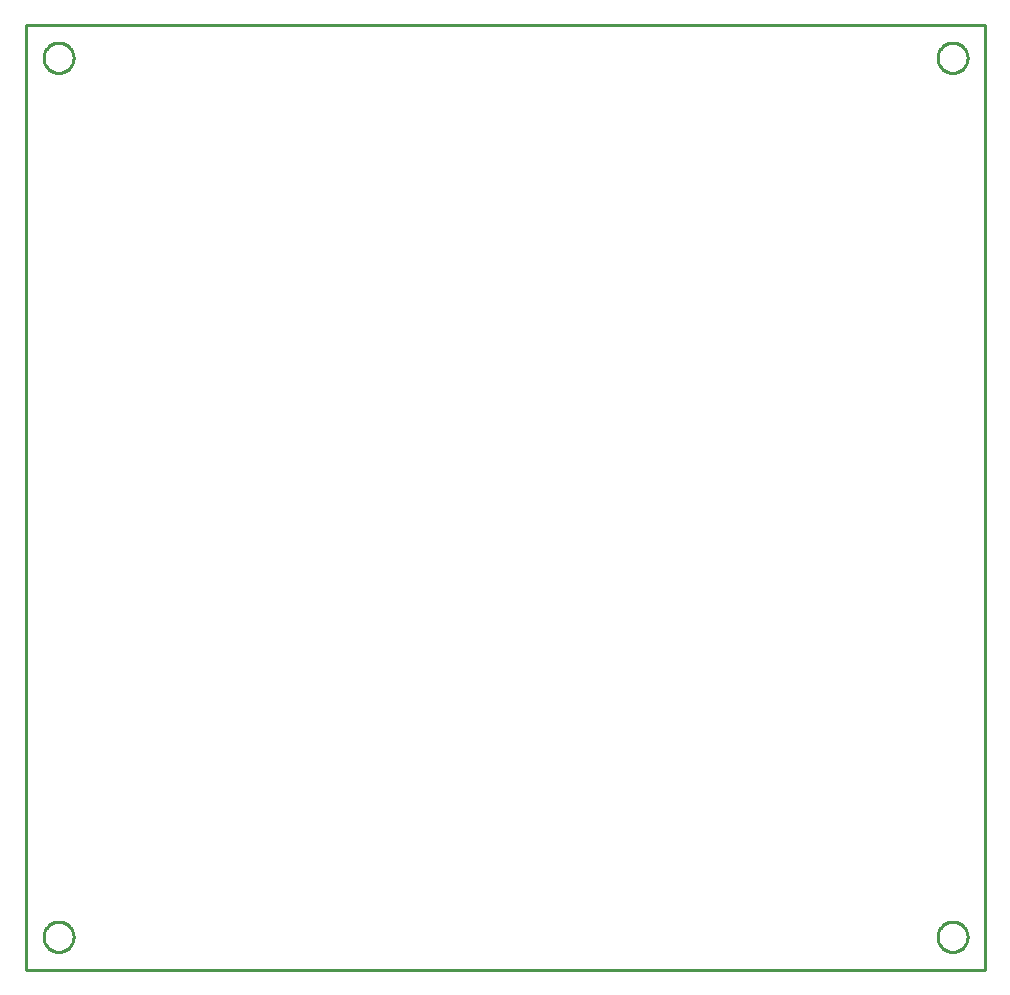
<source format=gbr>
G04 EAGLE Gerber RS-274X export*
G75*
%MOMM*%
%FSLAX34Y34*%
%LPD*%
%IN*%
%IPPOS*%
%AMOC8*
5,1,8,0,0,1.08239X$1,22.5*%
G01*
%ADD10C,0.254000*%


D10*
X0Y0D02*
X812040Y0D01*
X812040Y800000D01*
X0Y800000D01*
X0Y0D01*
X40640Y771661D02*
X40562Y770666D01*
X40406Y769680D01*
X40173Y768710D01*
X39864Y767761D01*
X39482Y766839D01*
X39029Y765950D01*
X38508Y765099D01*
X37921Y764291D01*
X37273Y763533D01*
X36567Y762827D01*
X35809Y762179D01*
X35001Y761592D01*
X34150Y761071D01*
X33261Y760618D01*
X32339Y760236D01*
X31390Y759927D01*
X30420Y759694D01*
X29434Y759538D01*
X28439Y759460D01*
X27441Y759460D01*
X26446Y759538D01*
X25460Y759694D01*
X24490Y759927D01*
X23541Y760236D01*
X22619Y760618D01*
X21730Y761071D01*
X20879Y761592D01*
X20071Y762179D01*
X19313Y762827D01*
X18607Y763533D01*
X17959Y764291D01*
X17372Y765099D01*
X16851Y765950D01*
X16398Y766839D01*
X16016Y767761D01*
X15707Y768710D01*
X15474Y769680D01*
X15318Y770666D01*
X15240Y771661D01*
X15240Y772659D01*
X15318Y773654D01*
X15474Y774640D01*
X15707Y775610D01*
X16016Y776559D01*
X16398Y777481D01*
X16851Y778370D01*
X17372Y779221D01*
X17959Y780029D01*
X18607Y780787D01*
X19313Y781493D01*
X20071Y782141D01*
X20879Y782728D01*
X21730Y783249D01*
X22619Y783702D01*
X23541Y784084D01*
X24490Y784393D01*
X25460Y784626D01*
X26446Y784782D01*
X27441Y784860D01*
X28439Y784860D01*
X29434Y784782D01*
X30420Y784626D01*
X31390Y784393D01*
X32339Y784084D01*
X33261Y783702D01*
X34150Y783249D01*
X35001Y782728D01*
X35809Y782141D01*
X36567Y781493D01*
X37273Y780787D01*
X37921Y780029D01*
X38508Y779221D01*
X39029Y778370D01*
X39482Y777481D01*
X39864Y776559D01*
X40173Y775610D01*
X40406Y774640D01*
X40562Y773654D01*
X40640Y772659D01*
X40640Y771661D01*
X797560Y771661D02*
X797482Y770666D01*
X797326Y769680D01*
X797093Y768710D01*
X796784Y767761D01*
X796402Y766839D01*
X795949Y765950D01*
X795428Y765099D01*
X794841Y764291D01*
X794193Y763533D01*
X793487Y762827D01*
X792729Y762179D01*
X791921Y761592D01*
X791070Y761071D01*
X790181Y760618D01*
X789259Y760236D01*
X788310Y759927D01*
X787340Y759694D01*
X786354Y759538D01*
X785359Y759460D01*
X784361Y759460D01*
X783366Y759538D01*
X782380Y759694D01*
X781410Y759927D01*
X780461Y760236D01*
X779539Y760618D01*
X778650Y761071D01*
X777799Y761592D01*
X776991Y762179D01*
X776233Y762827D01*
X775527Y763533D01*
X774879Y764291D01*
X774292Y765099D01*
X773771Y765950D01*
X773318Y766839D01*
X772936Y767761D01*
X772627Y768710D01*
X772394Y769680D01*
X772238Y770666D01*
X772160Y771661D01*
X772160Y772659D01*
X772238Y773654D01*
X772394Y774640D01*
X772627Y775610D01*
X772936Y776559D01*
X773318Y777481D01*
X773771Y778370D01*
X774292Y779221D01*
X774879Y780029D01*
X775527Y780787D01*
X776233Y781493D01*
X776991Y782141D01*
X777799Y782728D01*
X778650Y783249D01*
X779539Y783702D01*
X780461Y784084D01*
X781410Y784393D01*
X782380Y784626D01*
X783366Y784782D01*
X784361Y784860D01*
X785359Y784860D01*
X786354Y784782D01*
X787340Y784626D01*
X788310Y784393D01*
X789259Y784084D01*
X790181Y783702D01*
X791070Y783249D01*
X791921Y782728D01*
X792729Y782141D01*
X793487Y781493D01*
X794193Y780787D01*
X794841Y780029D01*
X795428Y779221D01*
X795949Y778370D01*
X796402Y777481D01*
X796784Y776559D01*
X797093Y775610D01*
X797326Y774640D01*
X797482Y773654D01*
X797560Y772659D01*
X797560Y771661D01*
X40640Y27441D02*
X40562Y26446D01*
X40406Y25460D01*
X40173Y24490D01*
X39864Y23541D01*
X39482Y22619D01*
X39029Y21730D01*
X38508Y20879D01*
X37921Y20071D01*
X37273Y19313D01*
X36567Y18607D01*
X35809Y17959D01*
X35001Y17372D01*
X34150Y16851D01*
X33261Y16398D01*
X32339Y16016D01*
X31390Y15707D01*
X30420Y15474D01*
X29434Y15318D01*
X28439Y15240D01*
X27441Y15240D01*
X26446Y15318D01*
X25460Y15474D01*
X24490Y15707D01*
X23541Y16016D01*
X22619Y16398D01*
X21730Y16851D01*
X20879Y17372D01*
X20071Y17959D01*
X19313Y18607D01*
X18607Y19313D01*
X17959Y20071D01*
X17372Y20879D01*
X16851Y21730D01*
X16398Y22619D01*
X16016Y23541D01*
X15707Y24490D01*
X15474Y25460D01*
X15318Y26446D01*
X15240Y27441D01*
X15240Y28439D01*
X15318Y29434D01*
X15474Y30420D01*
X15707Y31390D01*
X16016Y32339D01*
X16398Y33261D01*
X16851Y34150D01*
X17372Y35001D01*
X17959Y35809D01*
X18607Y36567D01*
X19313Y37273D01*
X20071Y37921D01*
X20879Y38508D01*
X21730Y39029D01*
X22619Y39482D01*
X23541Y39864D01*
X24490Y40173D01*
X25460Y40406D01*
X26446Y40562D01*
X27441Y40640D01*
X28439Y40640D01*
X29434Y40562D01*
X30420Y40406D01*
X31390Y40173D01*
X32339Y39864D01*
X33261Y39482D01*
X34150Y39029D01*
X35001Y38508D01*
X35809Y37921D01*
X36567Y37273D01*
X37273Y36567D01*
X37921Y35809D01*
X38508Y35001D01*
X39029Y34150D01*
X39482Y33261D01*
X39864Y32339D01*
X40173Y31390D01*
X40406Y30420D01*
X40562Y29434D01*
X40640Y28439D01*
X40640Y27441D01*
X797560Y27441D02*
X797482Y26446D01*
X797326Y25460D01*
X797093Y24490D01*
X796784Y23541D01*
X796402Y22619D01*
X795949Y21730D01*
X795428Y20879D01*
X794841Y20071D01*
X794193Y19313D01*
X793487Y18607D01*
X792729Y17959D01*
X791921Y17372D01*
X791070Y16851D01*
X790181Y16398D01*
X789259Y16016D01*
X788310Y15707D01*
X787340Y15474D01*
X786354Y15318D01*
X785359Y15240D01*
X784361Y15240D01*
X783366Y15318D01*
X782380Y15474D01*
X781410Y15707D01*
X780461Y16016D01*
X779539Y16398D01*
X778650Y16851D01*
X777799Y17372D01*
X776991Y17959D01*
X776233Y18607D01*
X775527Y19313D01*
X774879Y20071D01*
X774292Y20879D01*
X773771Y21730D01*
X773318Y22619D01*
X772936Y23541D01*
X772627Y24490D01*
X772394Y25460D01*
X772238Y26446D01*
X772160Y27441D01*
X772160Y28439D01*
X772238Y29434D01*
X772394Y30420D01*
X772627Y31390D01*
X772936Y32339D01*
X773318Y33261D01*
X773771Y34150D01*
X774292Y35001D01*
X774879Y35809D01*
X775527Y36567D01*
X776233Y37273D01*
X776991Y37921D01*
X777799Y38508D01*
X778650Y39029D01*
X779539Y39482D01*
X780461Y39864D01*
X781410Y40173D01*
X782380Y40406D01*
X783366Y40562D01*
X784361Y40640D01*
X785359Y40640D01*
X786354Y40562D01*
X787340Y40406D01*
X788310Y40173D01*
X789259Y39864D01*
X790181Y39482D01*
X791070Y39029D01*
X791921Y38508D01*
X792729Y37921D01*
X793487Y37273D01*
X794193Y36567D01*
X794841Y35809D01*
X795428Y35001D01*
X795949Y34150D01*
X796402Y33261D01*
X796784Y32339D01*
X797093Y31390D01*
X797326Y30420D01*
X797482Y29434D01*
X797560Y28439D01*
X797560Y27441D01*
M02*

</source>
